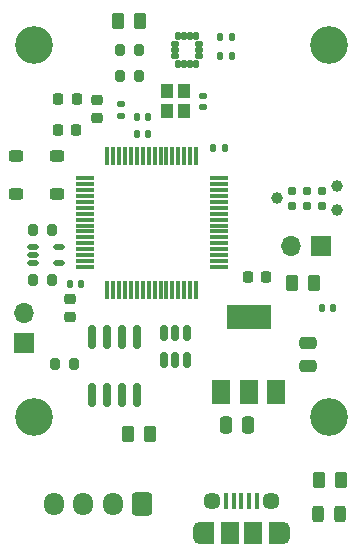
<source format=gts>
G04 #@! TF.GenerationSoftware,KiCad,Pcbnew,9.0.0*
G04 #@! TF.CreationDate,2025-04-03T01:17:14-07:00*
G04 #@! TF.ProjectId,SDM25_IMU_STM32,53444d32-355f-4494-9d55-5f53544d3332,rev?*
G04 #@! TF.SameCoordinates,Original*
G04 #@! TF.FileFunction,Soldermask,Top*
G04 #@! TF.FilePolarity,Negative*
%FSLAX46Y46*%
G04 Gerber Fmt 4.6, Leading zero omitted, Abs format (unit mm)*
G04 Created by KiCad (PCBNEW 9.0.0) date 2025-04-03 01:17:14*
%MOMM*%
%LPD*%
G01*
G04 APERTURE LIST*
G04 Aperture macros list*
%AMRoundRect*
0 Rectangle with rounded corners*
0 $1 Rounding radius*
0 $2 $3 $4 $5 $6 $7 $8 $9 X,Y pos of 4 corners*
0 Add a 4 corners polygon primitive as box body*
4,1,4,$2,$3,$4,$5,$6,$7,$8,$9,$2,$3,0*
0 Add four circle primitives for the rounded corners*
1,1,$1+$1,$2,$3*
1,1,$1+$1,$4,$5*
1,1,$1+$1,$6,$7*
1,1,$1+$1,$8,$9*
0 Add four rect primitives between the rounded corners*
20,1,$1+$1,$2,$3,$4,$5,0*
20,1,$1+$1,$4,$5,$6,$7,0*
20,1,$1+$1,$6,$7,$8,$9,0*
20,1,$1+$1,$8,$9,$2,$3,0*%
G04 Aperture macros list end*
%ADD10RoundRect,0.140000X0.140000X0.170000X-0.140000X0.170000X-0.140000X-0.170000X0.140000X-0.170000X0*%
%ADD11RoundRect,0.245000X-0.380000X0.245000X-0.380000X-0.245000X0.380000X-0.245000X0.380000X0.245000X0*%
%ADD12R,0.400000X1.350000*%
%ADD13O,1.200000X1.900000*%
%ADD14R,1.200000X1.900000*%
%ADD15C,1.450000*%
%ADD16R,1.500000X1.900000*%
%ADD17RoundRect,0.225000X0.225000X0.250000X-0.225000X0.250000X-0.225000X-0.250000X0.225000X-0.250000X0*%
%ADD18RoundRect,0.200000X0.200000X0.275000X-0.200000X0.275000X-0.200000X-0.275000X0.200000X-0.275000X0*%
%ADD19RoundRect,0.140000X-0.140000X-0.170000X0.140000X-0.170000X0.140000X0.170000X-0.140000X0.170000X0*%
%ADD20RoundRect,0.225000X0.250000X-0.225000X0.250000X0.225000X-0.250000X0.225000X-0.250000X-0.225000X0*%
%ADD21RoundRect,0.250000X0.475000X-0.250000X0.475000X0.250000X-0.475000X0.250000X-0.475000X-0.250000X0*%
%ADD22C,3.200000*%
%ADD23RoundRect,0.140000X0.170000X-0.140000X0.170000X0.140000X-0.170000X0.140000X-0.170000X-0.140000X0*%
%ADD24RoundRect,0.250000X-0.262500X-0.450000X0.262500X-0.450000X0.262500X0.450000X-0.262500X0.450000X0*%
%ADD25RoundRect,0.218750X0.218750X0.256250X-0.218750X0.256250X-0.218750X-0.256250X0.218750X-0.256250X0*%
%ADD26RoundRect,0.250000X-0.250000X-0.475000X0.250000X-0.475000X0.250000X0.475000X-0.250000X0.475000X0*%
%ADD27RoundRect,0.075000X-0.075000X0.700000X-0.075000X-0.700000X0.075000X-0.700000X0.075000X0.700000X0*%
%ADD28RoundRect,0.075000X-0.700000X0.075000X-0.700000X-0.075000X0.700000X-0.075000X0.700000X0.075000X0*%
%ADD29R,1.700000X1.700000*%
%ADD30O,1.700000X1.700000*%
%ADD31RoundRect,0.150000X-0.150000X0.825000X-0.150000X-0.825000X0.150000X-0.825000X0.150000X0.825000X0*%
%ADD32RoundRect,0.150000X0.150000X-0.512500X0.150000X0.512500X-0.150000X0.512500X-0.150000X-0.512500X0*%
%ADD33RoundRect,0.250000X0.600000X0.725000X-0.600000X0.725000X-0.600000X-0.725000X0.600000X-0.725000X0*%
%ADD34O,1.700000X1.950000*%
%ADD35R,1.000000X1.150000*%
%ADD36RoundRect,0.102000X0.150000X-0.240000X0.150000X0.240000X-0.150000X0.240000X-0.150000X-0.240000X0*%
%ADD37RoundRect,0.102000X0.240000X-0.150000X0.240000X0.150000X-0.240000X0.150000X-0.240000X-0.150000X0*%
%ADD38RoundRect,0.102000X-0.150000X0.240000X-0.150000X-0.240000X0.150000X-0.240000X0.150000X0.240000X0*%
%ADD39RoundRect,0.102000X-0.240000X0.150000X-0.240000X-0.150000X0.240000X-0.150000X0.240000X0.150000X0*%
%ADD40RoundRect,0.200000X-0.200000X-0.275000X0.200000X-0.275000X0.200000X0.275000X-0.200000X0.275000X0*%
%ADD41RoundRect,0.250000X0.262500X0.450000X-0.262500X0.450000X-0.262500X-0.450000X0.262500X-0.450000X0*%
%ADD42C,0.990600*%
%ADD43C,0.787400*%
%ADD44R,1.500000X2.000000*%
%ADD45R,3.800000X2.000000*%
%ADD46RoundRect,0.243750X-0.243750X-0.456250X0.243750X-0.456250X0.243750X0.456250X-0.243750X0.456250X0*%
%ADD47RoundRect,0.112500X-0.362500X-0.112500X0.362500X-0.112500X0.362500X0.112500X-0.362500X0.112500X0*%
G04 APERTURE END LIST*
D10*
X96680000Y-91025000D03*
X95720000Y-91025000D03*
D11*
X89000000Y-94390000D03*
X89000000Y-97610000D03*
D12*
X103300000Y-123537500D03*
X103950000Y-123537500D03*
X104600000Y-123537500D03*
X105250000Y-123537500D03*
X105900000Y-123537500D03*
D13*
X101100000Y-126237500D03*
D14*
X101700000Y-126237500D03*
D15*
X102100000Y-123537500D03*
D16*
X103600000Y-126237500D03*
X105600000Y-126237500D03*
D15*
X107100000Y-123537500D03*
D14*
X107500000Y-126237500D03*
D13*
X108100000Y-126237500D03*
D17*
X106675000Y-104600000D03*
X105125000Y-104600000D03*
D18*
X90425000Y-112000000D03*
X88775000Y-112000000D03*
D19*
X102220000Y-93700000D03*
X103180000Y-93700000D03*
D20*
X90100000Y-108025000D03*
X90100000Y-106475000D03*
D21*
X110200000Y-112125000D03*
X110200000Y-110225000D03*
D22*
X112000000Y-85000000D03*
D23*
X101350000Y-90230000D03*
X101350000Y-89270000D03*
D24*
X94187500Y-82950000D03*
X96012500Y-82950000D03*
D25*
X90660000Y-89575000D03*
X89085000Y-89575000D03*
D18*
X95925000Y-87600000D03*
X94275000Y-87600000D03*
D19*
X111420000Y-107250000D03*
X112380000Y-107250000D03*
D26*
X105150000Y-117175000D03*
D24*
X95012500Y-117875000D03*
X96837500Y-117875000D03*
D10*
X103780000Y-85900000D03*
X102820000Y-85900000D03*
D27*
X100750000Y-94325000D03*
X100250000Y-94325000D03*
X99750000Y-94325000D03*
X99250000Y-94325000D03*
X98750000Y-94325000D03*
X98250000Y-94325000D03*
X97750000Y-94325000D03*
X97250000Y-94325000D03*
X96750000Y-94325000D03*
X96250000Y-94325000D03*
X95750000Y-94325000D03*
X95250000Y-94325000D03*
X94750000Y-94325000D03*
X94250000Y-94325000D03*
X93750000Y-94325000D03*
X93250000Y-94325000D03*
D28*
X91325000Y-96250000D03*
X91325000Y-96750000D03*
X91325000Y-97250000D03*
X91325000Y-97750000D03*
X91325000Y-98250000D03*
X91325000Y-98750000D03*
X91325000Y-99250000D03*
X91325000Y-99750000D03*
X91325000Y-100250000D03*
X91325000Y-100750000D03*
X91325000Y-101250000D03*
X91325000Y-101750000D03*
X91325000Y-102250000D03*
X91325000Y-102750000D03*
X91325000Y-103250000D03*
X91325000Y-103750000D03*
D27*
X93750000Y-105675000D03*
X94250000Y-105675000D03*
X94750000Y-105675000D03*
X95250000Y-105675000D03*
X95750000Y-105675000D03*
X96250000Y-105675000D03*
X96750000Y-105675000D03*
X97250000Y-105675000D03*
X97750000Y-105675000D03*
X98250000Y-105675000D03*
X98750000Y-105675000D03*
X99250000Y-105675000D03*
X99750000Y-105675000D03*
X100250000Y-105675000D03*
X100750000Y-105675000D03*
D28*
X102675000Y-103750000D03*
X102675000Y-103250000D03*
X102675000Y-102750000D03*
X102675000Y-102250000D03*
X102675000Y-101750000D03*
X102675000Y-101250000D03*
X102675000Y-100750000D03*
X102675000Y-100250000D03*
X102675000Y-99750000D03*
X102675000Y-99250000D03*
X102675000Y-98750000D03*
X102675000Y-98250000D03*
X102675000Y-97750000D03*
X102675000Y-97250000D03*
X102675000Y-96750000D03*
X102675000Y-96250000D03*
D27*
X93250000Y-105675000D03*
D29*
X111375000Y-102000000D03*
D30*
X108835000Y-102000000D03*
D11*
X85500000Y-94390000D03*
X85500000Y-97610000D03*
D31*
X95765000Y-109675000D03*
X94495000Y-109675000D03*
X93225000Y-109675000D03*
X91955000Y-109675000D03*
X91955000Y-114625000D03*
X93225000Y-114625000D03*
X94495000Y-114625000D03*
X95765000Y-114625000D03*
D17*
X90597500Y-92175000D03*
X89047500Y-92175000D03*
D32*
X98050000Y-111637500D03*
X99000000Y-111637500D03*
X99950000Y-111637500D03*
X99950000Y-109362500D03*
X99000000Y-109362500D03*
X98050000Y-109362500D03*
D33*
X96200000Y-123850000D03*
D34*
X93700000Y-123850000D03*
X91200000Y-123850000D03*
X88700000Y-123850000D03*
D35*
X99725000Y-90575000D03*
X99725000Y-88825000D03*
X98325000Y-88825000D03*
X98325000Y-90575000D03*
D36*
X99250000Y-86562500D03*
X99750000Y-86562500D03*
X100250000Y-86562500D03*
X100750000Y-86562500D03*
D37*
X101000000Y-85900000D03*
X101000000Y-85400000D03*
X101000000Y-84900000D03*
D38*
X100750000Y-84237500D03*
X100250000Y-84237500D03*
X99750000Y-84237500D03*
X99250000Y-84237500D03*
D39*
X99000000Y-84900000D03*
X99000000Y-85400000D03*
X99000000Y-85900000D03*
D40*
X86950000Y-100625000D03*
X88600000Y-100625000D03*
D22*
X87000000Y-85000000D03*
D41*
X113012500Y-121800000D03*
X111187500Y-121800000D03*
D19*
X90070000Y-105200000D03*
X91030000Y-105200000D03*
D42*
X107620000Y-97934000D03*
X112700000Y-96918000D03*
X112700000Y-98950000D03*
D43*
X108890000Y-98569000D03*
X108890000Y-97299000D03*
X110160000Y-98569000D03*
X110160000Y-97299000D03*
X111430000Y-98569000D03*
X111430000Y-97299000D03*
D19*
X95720000Y-92500000D03*
X96680000Y-92500000D03*
X102820000Y-84250000D03*
X103780000Y-84250000D03*
D26*
X103250000Y-117175000D03*
D29*
X86225000Y-110175000D03*
D30*
X86225000Y-107635000D03*
D18*
X95925000Y-85400000D03*
X94275000Y-85400000D03*
D44*
X102900000Y-114325000D03*
X105200000Y-114325000D03*
D45*
X105200000Y-108025000D03*
D44*
X107500000Y-114325000D03*
D41*
X110712500Y-105100000D03*
X108887500Y-105100000D03*
D23*
X94422500Y-90955000D03*
X94422500Y-89995000D03*
D46*
X111062500Y-124700000D03*
X112937500Y-124700000D03*
D40*
X86950000Y-104900000D03*
X88600000Y-104900000D03*
D20*
X92372500Y-91150000D03*
X92372500Y-89600000D03*
D26*
X103250000Y-117175000D03*
X105150000Y-117175000D03*
D22*
X87000000Y-116500000D03*
D47*
X86957192Y-102100000D03*
X86957192Y-102750000D03*
X86957192Y-103400000D03*
X89157192Y-103400000D03*
X89157192Y-102100000D03*
D22*
X112000000Y-116500000D03*
M02*

</source>
